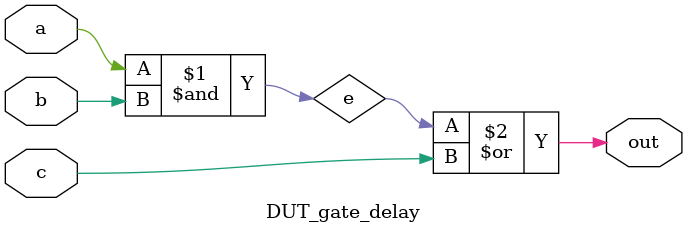
<source format=v>
`timescale 1ns/1ps
module DUT_gate_delay(
        input a,b,c,
        output out);
wire e;
and #(5)gand1(e,a,b);
or #(4) gor1(out,e,c);
endmodule

</source>
